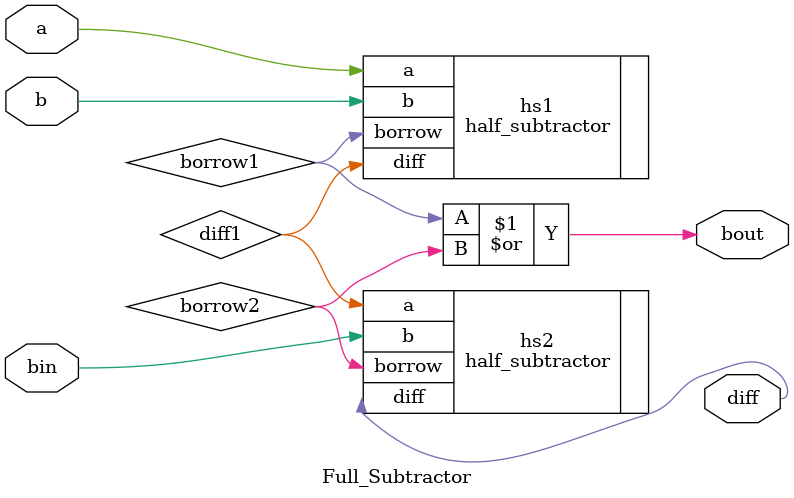
<source format=sv>
module Half_Subtractor (
    input  logic a, b,       // Inputs: a - b
    output logic diff,       // Difference output
    output logic borrow      // Borrow output
);

    always_comb begin
        diff   = a ^ b;       // XOR gives difference
        borrow = ~a & b;      // Borrow when a=0 and b=1
    end

endmodule

module Full_Subtractor (
    input  logic a, b, bin,     // Inputs: a - b - bin
    output logic diff,          // Final difference
    output logic bout           // Final borrow out
);

    logic diff1, borrow1, borrow2;

    // First half subtractor: a - b
    half_subtractor hs1 (
        .a(a),
        .b(b),
        .diff(diff1),
        .borrow(borrow1)
    );

    // Second half subtractor: (a - b) - bin
    half_subtractor hs2 (
        .a(diff1),
        .b(bin),
        .diff(diff),
        .borrow(borrow2)
    );

    // Final borrow: borrow1 OR borrow2
    assign bout = borrow1 | borrow2;

endmodule

</source>
